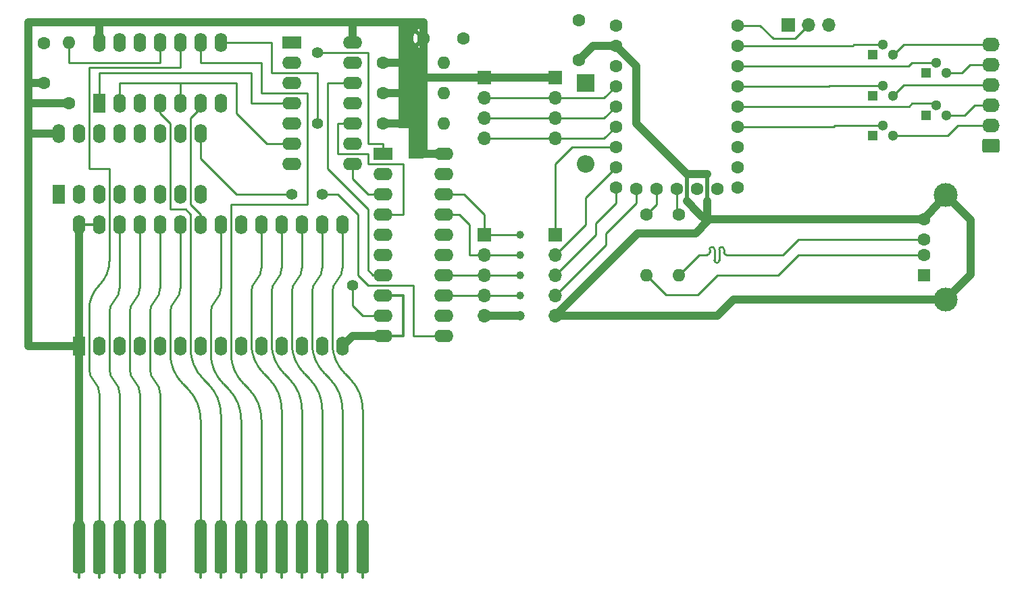
<source format=gbl>
%TF.GenerationSoftware,KiCad,Pcbnew,8.0.3+1*%
%TF.CreationDate,2024-06-17T20:10:22+02:00*%
%TF.ProjectId,MICE_3,4d494345-5f33-42e6-9b69-6361645f7063,0*%
%TF.SameCoordinates,Original*%
%TF.FileFunction,Copper,L2,Bot*%
%TF.FilePolarity,Positive*%
%FSLAX46Y46*%
G04 Gerber Fmt 4.6, Leading zero omitted, Abs format (unit mm)*
G04 Created by KiCad (PCBNEW 8.0.3+1) date 2024-06-17 20:10:22*
%MOMM*%
%LPD*%
G01*
G04 APERTURE LIST*
G04 Aperture macros list*
%AMRoundRect*
0 Rectangle with rounded corners*
0 $1 Rounding radius*
0 $2 $3 $4 $5 $6 $7 $8 $9 X,Y pos of 4 corners*
0 Add a 4 corners polygon primitive as box body*
4,1,4,$2,$3,$4,$5,$6,$7,$8,$9,$2,$3,0*
0 Add four circle primitives for the rounded corners*
1,1,$1+$1,$2,$3*
1,1,$1+$1,$4,$5*
1,1,$1+$1,$6,$7*
1,1,$1+$1,$8,$9*
0 Add four rect primitives between the rounded corners*
20,1,$1+$1,$2,$3,$4,$5,0*
20,1,$1+$1,$4,$5,$6,$7,0*
20,1,$1+$1,$6,$7,$8,$9,0*
20,1,$1+$1,$8,$9,$2,$3,0*%
G04 Aperture macros list end*
%TA.AperFunction,EtchedComponent*%
%ADD10C,0.300000*%
%TD*%
%TA.AperFunction,ComponentPad*%
%ADD11R,1.700000X1.700000*%
%TD*%
%TA.AperFunction,ComponentPad*%
%ADD12O,1.700000X1.700000*%
%TD*%
%TA.AperFunction,ComponentPad*%
%ADD13R,1.600000X2.400000*%
%TD*%
%TA.AperFunction,ComponentPad*%
%ADD14O,1.600000X2.400000*%
%TD*%
%TA.AperFunction,ComponentPad*%
%ADD15C,1.600000*%
%TD*%
%TA.AperFunction,ComponentPad*%
%ADD16O,1.600000X1.600000*%
%TD*%
%TA.AperFunction,ComponentPad*%
%ADD17R,1.500000X1.600000*%
%TD*%
%TA.AperFunction,ComponentPad*%
%ADD18C,3.000000*%
%TD*%
%TA.AperFunction,ComponentPad*%
%ADD19O,2.190000X1.740000*%
%TD*%
%TA.AperFunction,ComponentPad*%
%ADD20RoundRect,0.250000X0.845000X-0.620000X0.845000X0.620000X-0.845000X0.620000X-0.845000X-0.620000X0*%
%TD*%
%TA.AperFunction,ComponentPad*%
%ADD21C,1.300000*%
%TD*%
%TA.AperFunction,ComponentPad*%
%ADD22R,1.300000X1.300000*%
%TD*%
%TA.AperFunction,ComponentPad*%
%ADD23R,2.400000X1.600000*%
%TD*%
%TA.AperFunction,ComponentPad*%
%ADD24O,2.400000X1.600000*%
%TD*%
%TA.AperFunction,ComponentPad*%
%ADD25R,2.200000X2.200000*%
%TD*%
%TA.AperFunction,ComponentPad*%
%ADD26O,2.200000X2.200000*%
%TD*%
%TA.AperFunction,ConnectorPad*%
%ADD27RoundRect,0.228600X0.533400X2.271400X-0.533400X2.271400X-0.533400X-2.271400X0.533400X-2.271400X0*%
%TD*%
%TA.AperFunction,ConnectorPad*%
%ADD28RoundRect,0.762000X0.000010X1.738000X-0.000010X1.738000X-0.000010X-1.738000X0.000010X-1.738000X0*%
%TD*%
%TA.AperFunction,ViaPad*%
%ADD29C,1.200000*%
%TD*%
%TA.AperFunction,ViaPad*%
%ADD30C,1.400000*%
%TD*%
%TA.AperFunction,ViaPad*%
%ADD31C,1.000000*%
%TD*%
%TA.AperFunction,Conductor*%
%ADD32C,0.250000*%
%TD*%
%TA.AperFunction,Conductor*%
%ADD33C,1.000000*%
%TD*%
%TA.AperFunction,Conductor*%
%ADD34C,0.350000*%
%TD*%
%TA.AperFunction,Conductor*%
%ADD35C,0.500000*%
%TD*%
%ADD36C,0.350000*%
G04 APERTURE END LIST*
D10*
%TO.C,J2*%
X149860000Y-133223000D02*
X149860000Y-132715000D01*
X147320000Y-133223000D02*
X147320000Y-132715000D01*
X144780000Y-133223000D02*
X144780000Y-132715000D01*
X142240000Y-133223000D02*
X142240000Y-132715000D01*
X139700000Y-133223000D02*
X139700000Y-132715000D01*
X137160000Y-133223000D02*
X137160000Y-132715000D01*
X134620000Y-133223000D02*
X134620000Y-132715000D01*
X132080000Y-133223000D02*
X132080000Y-132715000D01*
X129540000Y-133223000D02*
X129540000Y-132715000D01*
X124460000Y-133223000D02*
X124460000Y-132715000D01*
X121920000Y-133223000D02*
X121920000Y-132715000D01*
X119380000Y-133223000D02*
X119380000Y-132715000D01*
X116840000Y-133223000D02*
X116840000Y-132715000D01*
X114300000Y-133223000D02*
X114300000Y-132715000D01*
%TD*%
D11*
%TO.P,J5,1,Pin_1*%
%TO.N,VCC*%
X165100000Y-70485000D03*
D12*
%TO.P,J5,2,Pin_2*%
%TO.N,Net-(J3-Pin_2)*%
X165100000Y-73025000D03*
%TO.P,J5,3,Pin_3*%
%TO.N,Net-(J3-Pin_3)*%
X165100000Y-75565000D03*
%TO.P,J5,4,Pin_4*%
%TO.N,Net-(J3-Pin_4)*%
X165100000Y-78105000D03*
%TD*%
D11*
%TO.P,J4,1,Pin_1*%
%TO.N,Net-(J4-Pin_1)*%
X173990000Y-90170000D03*
D12*
%TO.P,J4,2,Pin_2*%
%TO.N,Net-(J4-Pin_2)*%
X173990000Y-92710000D03*
%TO.P,J4,3,Pin_3*%
%TO.N,Net-(J4-Pin_3)*%
X173990000Y-95250000D03*
%TO.P,J4,4,Pin_4*%
%TO.N,Net-(J4-Pin_4)*%
X173990000Y-97790000D03*
%TO.P,J4,5,Pin_5*%
%TO.N,GND*%
X173990000Y-100330000D03*
%TD*%
D11*
%TO.P,J3,1,Pin_1*%
%TO.N,VCC*%
X173990000Y-70485000D03*
D12*
%TO.P,J3,2,Pin_2*%
%TO.N,Net-(J3-Pin_2)*%
X173990000Y-73025000D03*
%TO.P,J3,3,Pin_3*%
%TO.N,Net-(J3-Pin_3)*%
X173990000Y-75565000D03*
%TO.P,J3,4,Pin_4*%
%TO.N,Net-(J3-Pin_4)*%
X173990000Y-78105000D03*
%TD*%
D11*
%TO.P,J6,1,Pin_1*%
%TO.N,Net-(J4-Pin_1)*%
X165100000Y-90170000D03*
D12*
%TO.P,J6,2,Pin_2*%
%TO.N,Net-(J4-Pin_2)*%
X165100000Y-92710000D03*
%TO.P,J6,3,Pin_3*%
%TO.N,Net-(J4-Pin_3)*%
X165100000Y-95250000D03*
%TO.P,J6,4,Pin_4*%
%TO.N,Net-(J4-Pin_4)*%
X165100000Y-97790000D03*
%TO.P,J6,5,Pin_5*%
%TO.N,GND*%
X165100000Y-100330000D03*
%TD*%
D13*
%TO.P,U2,1*%
%TO.N,Net-(U2-Pad1)*%
X116840000Y-73660000D03*
D14*
%TO.P,U2,2*%
%TO.N,Net-(U2-Pad2)*%
X119380000Y-73660000D03*
%TO.P,U2,3*%
%TO.N,/IO_LE*%
X121920000Y-73660000D03*
%TO.P,U2,4*%
%TO.N,/ROMOE*%
X124460000Y-73660000D03*
%TO.P,U2,5*%
%TO.N,Net-(U2-Pad2)*%
X127000000Y-73660000D03*
%TO.P,U2,6*%
%TO.N,/U_ROMOE*%
X129540000Y-73660000D03*
%TO.P,U2,7,GND*%
%TO.N,GND*%
X132080000Y-73660000D03*
%TO.P,U2,8*%
%TO.N,Net-(U2-Pad8)*%
X132080000Y-66040000D03*
%TO.P,U2,9*%
%TO.N,/A15*%
X129540000Y-66040000D03*
%TO.P,U2,10*%
%TO.N,/A14*%
X127000000Y-66040000D03*
%TO.P,U2,11*%
%TO.N,Net-(R1-Pad2)*%
X124460000Y-66040000D03*
%TO.P,U2,12*%
%TO.N,/IO_OE*%
X121920000Y-66040000D03*
%TO.P,U2,13*%
%TO.N,/ROMOE*%
X119380000Y-66040000D03*
%TO.P,U2,14,VCC*%
%TO.N,VCC*%
X116840000Y-66040000D03*
%TD*%
D15*
%TO.P,R1,1*%
%TO.N,VCC*%
X113030000Y-73660000D03*
D16*
%TO.P,R1,2*%
%TO.N,Net-(R1-Pad2)*%
X113030000Y-66040000D03*
%TD*%
D15*
%TO.P,C3,1*%
%TO.N,VCC*%
X176911000Y-63286000D03*
%TO.P,C3,2*%
%TO.N,GND*%
X176911000Y-68286000D03*
%TD*%
%TO.P,RZ1,1,GP0*%
%TO.N,Net-(RZ1-GP0)*%
X196850000Y-63900000D03*
%TO.P,RZ1,2,GP1*%
%TO.N,Net-(Q5-B)*%
X196850000Y-66440000D03*
%TO.P,RZ1,3,GP2*%
%TO.N,Net-(Q4-B)*%
X196850000Y-68980000D03*
%TO.P,RZ1,4,GP3*%
%TO.N,Net-(Q3-B)*%
X196850000Y-71520000D03*
%TO.P,RZ1,5,GP4*%
%TO.N,Net-(Q2-B)*%
X196850000Y-74060000D03*
%TO.P,RZ1,6,GP5*%
%TO.N,Net-(Q1-B)*%
X196850000Y-76600000D03*
%TO.P,RZ1,7,GP6*%
%TO.N,unconnected-(RZ1-GP6-Pad7)*%
X196850000Y-79140000D03*
%TO.P,RZ1,8,GP7*%
%TO.N,unconnected-(RZ1-GP7-Pad8)*%
X196850000Y-81680000D03*
%TO.P,RZ1,9,GP8*%
%TO.N,unconnected-(RZ1-GP8-Pad9)*%
X196850000Y-84220000D03*
%TO.P,RZ1,10,GP9*%
%TO.N,unconnected-(RZ1-GP9-Pad10)*%
X194310000Y-84430000D03*
%TO.P,RZ1,11,GP10*%
%TO.N,unconnected-(RZ1-GP10-Pad11)*%
X191770000Y-84430000D03*
%TO.P,RZ1,12,GP11*%
%TO.N,Net-(RZ1-GP11)*%
X189230000Y-84430000D03*
%TO.P,RZ1,13,GP12*%
%TO.N,Net-(RZ1-GP12)*%
X186690000Y-84430000D03*
%TO.P,RZ1,14,GP13*%
%TO.N,Net-(J4-Pin_4)*%
X184150000Y-84430000D03*
%TO.P,RZ1,15,GP14*%
%TO.N,Net-(J4-Pin_3)*%
X181610000Y-84220000D03*
%TO.P,RZ1,16,GP15*%
%TO.N,Net-(J4-Pin_2)*%
X181610000Y-81680000D03*
%TO.P,RZ1,17,GP26*%
%TO.N,Net-(J4-Pin_1)*%
X181610000Y-79140000D03*
%TO.P,RZ1,18,GP27*%
%TO.N,Net-(J3-Pin_4)*%
X181610000Y-76600000D03*
%TO.P,RZ1,19,GP28*%
%TO.N,Net-(J3-Pin_3)*%
X181610000Y-74060000D03*
%TO.P,RZ1,20,GP29*%
%TO.N,Net-(J3-Pin_2)*%
X181610000Y-71520000D03*
%TO.P,RZ1,21,3V3*%
%TO.N,Net-(JP1-B)*%
X181610000Y-68980000D03*
%TO.P,RZ1,22,5V*%
%TO.N,Net-(D1-K)*%
X181610000Y-63900000D03*
%TO.P,RZ1,23,GND*%
%TO.N,GND*%
X181610000Y-66440000D03*
%TD*%
%TO.P,C1,1*%
%TO.N,VCC*%
X109855000Y-71120000D03*
%TO.P,C1,2*%
%TO.N,GND*%
X109855000Y-66120000D03*
%TD*%
D17*
%TO.P,J1,1,VBUS*%
%TO.N,VCC*%
X220175000Y-95250000D03*
D15*
%TO.P,J1,2,D-*%
%TO.N,/D_N*%
X220175000Y-92750000D03*
%TO.P,J1,3,D+*%
%TO.N,/D_P*%
X220175000Y-90750000D03*
%TO.P,J1,4,GND*%
%TO.N,GND*%
X220175000Y-88250000D03*
D18*
%TO.P,J1,5,Shield*%
X222885000Y-98320000D03*
X222885000Y-85180000D03*
%TD*%
D19*
%TO.P,J7,6,Pin_6*%
%TO.N,/Left*%
X228600000Y-66294000D03*
%TO.P,J7,5,Pin_5*%
%TO.N,/Right*%
X228600000Y-68834000D03*
%TO.P,J7,4,Pin_4*%
%TO.N,/Down*%
X228600000Y-71374000D03*
%TO.P,J7,3,Pin_3*%
%TO.N,/Up*%
X228600000Y-73914000D03*
%TO.P,J7,2,Pin_2*%
%TO.N,/Fire*%
X228600000Y-76454000D03*
D20*
%TO.P,J7,1,Pin_1*%
%TO.N,/Common*%
X228600000Y-78994000D03*
%TD*%
D21*
%TO.P,Q2,3,E*%
%TO.N,/Up*%
X223012000Y-75184000D03*
%TO.P,Q2,2,B*%
%TO.N,Net-(Q2-B)*%
X221742000Y-73914000D03*
D22*
%TO.P,Q2,1,C*%
%TO.N,/Common*%
X220472000Y-75184000D03*
%TD*%
D23*
%TO.P,U5,1,OE*%
%TO.N,/IO_OE*%
X152400000Y-80010000D03*
D24*
%TO.P,U5,2,O0*%
%TO.N,/D4*%
X152400000Y-82550000D03*
%TO.P,U5,3,D0*%
%TO.N,Net-(U5-D0)*%
X152400000Y-85090000D03*
%TO.P,U5,4,D1*%
%TO.N,Net-(U5-D1)*%
X152400000Y-87630000D03*
%TO.P,U5,5,O1*%
%TO.N,/D5*%
X152400000Y-90170000D03*
%TO.P,U5,6,O2*%
%TO.N,/D6*%
X152400000Y-92710000D03*
%TO.P,U5,7,D2*%
%TO.N,Net-(U5-D2)*%
X152400000Y-95250000D03*
%TO.P,U5,8,D3*%
%TO.N,GND*%
X152400000Y-97790000D03*
%TO.P,U5,9,O3*%
%TO.N,/D7*%
X152400000Y-100330000D03*
%TO.P,U5,10,GND*%
%TO.N,GND*%
X152400000Y-102870000D03*
%TO.P,U5,11,LE*%
%TO.N,/IO_LE*%
X160020000Y-102870000D03*
%TO.P,U5,12,O4*%
%TO.N,/D2*%
X160020000Y-100330000D03*
%TO.P,U5,13,D4*%
%TO.N,Net-(J4-Pin_4)*%
X160020000Y-97790000D03*
%TO.P,U5,14,D5*%
%TO.N,Net-(J4-Pin_3)*%
X160020000Y-95250000D03*
%TO.P,U5,15,O5*%
%TO.N,/D1*%
X160020000Y-92710000D03*
%TO.P,U5,16,O6*%
%TO.N,/D0*%
X160020000Y-90170000D03*
%TO.P,U5,17,D6*%
%TO.N,Net-(J4-Pin_2)*%
X160020000Y-87630000D03*
%TO.P,U5,18,D7*%
%TO.N,Net-(J4-Pin_1)*%
X160020000Y-85090000D03*
%TO.P,U5,19,O7*%
%TO.N,/D3*%
X160020000Y-82550000D03*
%TO.P,U5,20,VCC*%
%TO.N,VCC*%
X160020000Y-80010000D03*
%TD*%
D21*
%TO.P,Q4,3,E*%
%TO.N,/Right*%
X223012000Y-69829000D03*
%TO.P,Q4,2,B*%
%TO.N,Net-(Q4-B)*%
X221742000Y-68559000D03*
D22*
%TO.P,Q4,1,C*%
%TO.N,/Common*%
X220472000Y-69829000D03*
%TD*%
%TO.P,Q5,1,C*%
%TO.N,/Common*%
X213741000Y-67564000D03*
D21*
%TO.P,Q5,2,B*%
%TO.N,Net-(Q5-B)*%
X215011000Y-66294000D03*
%TO.P,Q5,3,E*%
%TO.N,/Left*%
X216281000Y-67564000D03*
%TD*%
D11*
%TO.P,SW1,1,A*%
%TO.N,GND*%
X203200000Y-63881000D03*
D12*
%TO.P,SW1,2,B*%
%TO.N,Net-(RZ1-GP0)*%
X205740000Y-63881000D03*
%TO.P,SW1,3,C*%
%TO.N,Net-(JP1-A)*%
X208280000Y-63881000D03*
%TD*%
D15*
%TO.P,R5,1*%
%TO.N,Net-(RZ1-GP11)*%
X189470000Y-87630000D03*
D16*
%TO.P,R5,2*%
%TO.N,/D_P*%
X189470000Y-95250000D03*
%TD*%
D21*
%TO.P,Q1,3,E*%
%TO.N,/Fire*%
X216281000Y-77703000D03*
%TO.P,Q1,2,B*%
%TO.N,Net-(Q1-B)*%
X215011000Y-76433000D03*
D22*
%TO.P,Q1,1,C*%
%TO.N,/Common*%
X213741000Y-77703000D03*
%TD*%
D13*
%TO.P,U1,1*%
%TO.N,/A7*%
X111760000Y-85090000D03*
D14*
%TO.P,U1,2*%
%TO.N,/A6*%
X114300000Y-85090000D03*
%TO.P,U1,3*%
%TO.N,/A5*%
X116840000Y-85090000D03*
%TO.P,U1,4*%
%TO.N,/A13*%
X119380000Y-85090000D03*
%TO.P,U1,5*%
%TO.N,/A8*%
X121920000Y-85090000D03*
%TO.P,U1,6*%
%TO.N,/A9*%
X124460000Y-85090000D03*
%TO.P,U1,7*%
%TO.N,/A11*%
X127000000Y-85090000D03*
%TO.P,U1,8,GND*%
%TO.N,GND*%
X129540000Y-85090000D03*
%TO.P,U1,9*%
%TO.N,/IO_LE*%
X129540000Y-77470000D03*
%TO.P,U1,10*%
%TO.N,/A10*%
X127000000Y-77470000D03*
%TO.P,U1,11*%
%TO.N,/A1*%
X124460000Y-77470000D03*
%TO.P,U1,12*%
%TO.N,/A2*%
X121920000Y-77470000D03*
%TO.P,U1,13*%
%TO.N,/A3*%
X119380000Y-77470000D03*
%TO.P,U1,14*%
%TO.N,/A4*%
X116840000Y-77470000D03*
%TO.P,U1,15*%
%TO.N,/A12*%
X114300000Y-77470000D03*
%TO.P,U1,16,VCC*%
%TO.N,VCC*%
X111760000Y-77470000D03*
%TD*%
D23*
%TO.P,U3,1*%
%TO.N,unconnected-(U3-Pad1)*%
X140970000Y-66040000D03*
D24*
%TO.P,U3,2*%
%TO.N,unconnected-(U3-Pad2)*%
X140970000Y-68580000D03*
%TO.P,U3,3*%
%TO.N,/IO_LE*%
X140970000Y-71120000D03*
%TO.P,U3,4*%
%TO.N,Net-(U2-Pad1)*%
X140970000Y-73660000D03*
%TO.P,U3,5*%
%TO.N,Net-(U2-Pad8)*%
X140970000Y-76200000D03*
%TO.P,U3,6*%
%TO.N,Net-(U2-Pad2)*%
X140970000Y-78740000D03*
%TO.P,U3,7,GND*%
%TO.N,GND*%
X140970000Y-81280000D03*
%TO.P,U3,8*%
%TO.N,Net-(U5-D0)*%
X148590000Y-81280000D03*
%TO.P,U3,9*%
%TO.N,Net-(J3-Pin_4)*%
X148590000Y-78740000D03*
%TO.P,U3,10*%
%TO.N,Net-(U5-D1)*%
X148590000Y-76200000D03*
%TO.P,U3,11*%
%TO.N,Net-(J3-Pin_3)*%
X148590000Y-73660000D03*
%TO.P,U3,12*%
%TO.N,Net-(U5-D2)*%
X148590000Y-71120000D03*
%TO.P,U3,13*%
%TO.N,Net-(J3-Pin_2)*%
X148590000Y-68580000D03*
%TO.P,U3,14,VCC*%
%TO.N,VCC*%
X148590000Y-66040000D03*
%TD*%
D15*
%TO.P,R4,1*%
%TO.N,VCC*%
X152400000Y-76200000D03*
D16*
%TO.P,R4,2*%
%TO.N,Net-(J3-Pin_4)*%
X160020000Y-76200000D03*
%TD*%
D15*
%TO.P,R6,1*%
%TO.N,Net-(RZ1-GP12)*%
X185420000Y-87630000D03*
D16*
%TO.P,R6,2*%
%TO.N,/D_N*%
X185420000Y-95250000D03*
%TD*%
D13*
%TO.P,IC1,1,VPP*%
%TO.N,VCC*%
X114300000Y-104120000D03*
D14*
%TO.P,IC1,2,A12*%
%TO.N,/A12*%
X116840000Y-104120000D03*
%TO.P,IC1,3,A7*%
%TO.N,/A7*%
X119380000Y-104120000D03*
%TO.P,IC1,4,A6*%
%TO.N,/A6*%
X121920000Y-104120000D03*
%TO.P,IC1,5,A5*%
%TO.N,/A5*%
X124460000Y-104120000D03*
%TO.P,IC1,6,A4*%
%TO.N,/A4*%
X127000000Y-104120000D03*
%TO.P,IC1,7,A3*%
%TO.N,/A3*%
X129540000Y-104120000D03*
%TO.P,IC1,8,A2*%
%TO.N,/A2*%
X132080000Y-104120000D03*
%TO.P,IC1,9,A1*%
%TO.N,/A1*%
X134620000Y-104120000D03*
%TO.P,IC1,10,A0*%
%TO.N,/A0*%
X137160000Y-104120000D03*
%TO.P,IC1,11,D0*%
%TO.N,/D0*%
X139700000Y-104120000D03*
%TO.P,IC1,12,D1*%
%TO.N,/D1*%
X142240000Y-104120000D03*
%TO.P,IC1,13,D2*%
%TO.N,/D2*%
X144780000Y-104120000D03*
%TO.P,IC1,14,GND*%
%TO.N,GND*%
X147320000Y-104120000D03*
%TO.P,IC1,15,D3*%
%TO.N,/D3*%
X147320000Y-88880000D03*
%TO.P,IC1,16,D4*%
%TO.N,/D4*%
X144780000Y-88880000D03*
%TO.P,IC1,17,D5*%
%TO.N,/D5*%
X142240000Y-88880000D03*
%TO.P,IC1,18,D6*%
%TO.N,/D6*%
X139700000Y-88880000D03*
%TO.P,IC1,19,D7*%
%TO.N,/D7*%
X137160000Y-88880000D03*
%TO.P,IC1,20,~{CE}*%
%TO.N,GND*%
X134620000Y-88880000D03*
%TO.P,IC1,21,A10*%
%TO.N,/A10*%
X132080000Y-88880000D03*
%TO.P,IC1,22,~{OE}*%
%TO.N,/U_ROMOE*%
X129540000Y-88880000D03*
%TO.P,IC1,23,A11*%
%TO.N,/A11*%
X127000000Y-88880000D03*
%TO.P,IC1,24,A9*%
%TO.N,/A9*%
X124460000Y-88880000D03*
%TO.P,IC1,25,A8*%
%TO.N,/A8*%
X121920000Y-88880000D03*
%TO.P,IC1,26,A13*%
%TO.N,/A13*%
X119380000Y-88880000D03*
%TO.P,IC1,27,~{PGM}*%
%TO.N,VCC*%
X116840000Y-88880000D03*
%TO.P,IC1,28,VCC*%
X114300000Y-88880000D03*
%TD*%
D21*
%TO.P,Q3,3,E*%
%TO.N,/Down*%
X216281000Y-72729000D03*
%TO.P,Q3,2,B*%
%TO.N,Net-(Q3-B)*%
X215011000Y-71459000D03*
D22*
%TO.P,Q3,1,C*%
%TO.N,/Common*%
X213741000Y-72729000D03*
%TD*%
D15*
%TO.P,R2,1*%
%TO.N,VCC*%
X152400000Y-68580000D03*
D16*
%TO.P,R2,2*%
%TO.N,Net-(J3-Pin_2)*%
X160020000Y-68580000D03*
%TD*%
D15*
%TO.P,C2,1*%
%TO.N,VCC*%
X157480000Y-65532000D03*
%TO.P,C2,2*%
%TO.N,GND*%
X162480000Y-65532000D03*
%TD*%
D25*
%TO.P,D1,1,K*%
%TO.N,Net-(D1-K)*%
X177800000Y-71120000D03*
D26*
%TO.P,D1,2,A*%
%TO.N,VCC*%
X177800000Y-81280000D03*
%TD*%
D15*
%TO.P,R3,1*%
%TO.N,VCC*%
X152400000Y-72390000D03*
D16*
%TO.P,R3,2*%
%TO.N,Net-(J3-Pin_3)*%
X160020000Y-72390000D03*
%TD*%
D27*
%TO.P,J2,1,Vcc*%
%TO.N,VCC*%
X114300000Y-130175000D03*
D28*
X114300000Y-128437000D03*
D27*
%TO.P,J2,3,A14*%
%TO.N,/A14*%
X116840000Y-130215000D03*
D28*
X116840000Y-128437000D03*
D27*
%TO.P,J2,5,A13*%
%TO.N,/A13*%
X119380000Y-130215000D03*
D28*
X119380000Y-128437000D03*
D27*
%TO.P,J2,7,A8*%
%TO.N,/A8*%
X121920000Y-130215000D03*
D28*
X121920000Y-128437000D03*
D27*
%TO.P,J2,9,A9*%
%TO.N,/A9*%
X124460000Y-130175000D03*
D28*
X124460000Y-128397000D03*
D27*
%TO.P,J2,11,A11*%
%TO.N,/A11*%
X129540000Y-130135000D03*
D28*
X129540000Y-128397000D03*
D27*
%TO.P,J2,13,~{ROMOE}*%
%TO.N,/ROMOE*%
X132080000Y-130175000D03*
D28*
X132080000Y-128437000D03*
D27*
%TO.P,J2,15,A10*%
%TO.N,/A10*%
X134620000Y-130175000D03*
D28*
X134620000Y-128437000D03*
D27*
%TO.P,J2,17,A15*%
%TO.N,/A15*%
X137160000Y-130175000D03*
D28*
X137160000Y-128437000D03*
D27*
%TO.P,J2,19,D7*%
%TO.N,/D7*%
X139700000Y-130175000D03*
D28*
X139700000Y-128437000D03*
D27*
%TO.P,J2,21,D6*%
%TO.N,/D6*%
X142240000Y-130164200D03*
D28*
X142240000Y-128437000D03*
D27*
%TO.P,J2,23,D5*%
%TO.N,/D5*%
X144805400Y-130164200D03*
D28*
X144780000Y-128397000D03*
D27*
%TO.P,J2,25,D4*%
%TO.N,/D4*%
X147320000Y-130175000D03*
D28*
X147320000Y-128437000D03*
D27*
%TO.P,J2,27,D3*%
%TO.N,/D3*%
X149860000Y-130175000D03*
D28*
X149860000Y-128437000D03*
%TD*%
D29*
%TO.N,GND*%
X169545000Y-100330000D03*
D30*
%TO.N,/D7*%
X148590000Y-96520000D03*
%TO.N,/IO_LE*%
X144780000Y-85090000D03*
X140970000Y-85090000D03*
%TO.N,Net-(U2-Pad8)*%
X144145000Y-76200000D03*
%TO.N,/IO_OE*%
X144145000Y-67310000D03*
D31*
%TO.N,Net-(J4-Pin_1)*%
X169545000Y-90170000D03*
%TO.N,Net-(J4-Pin_2)*%
X169545000Y-92710000D03*
%TO.N,Net-(J4-Pin_3)*%
X169545000Y-95250000D03*
%TO.N,Net-(J4-Pin_4)*%
X169545000Y-97790000D03*
%TD*%
D32*
%TO.N,Net-(Q5-B)*%
X215011000Y-66294000D02*
X211434000Y-66294000D01*
X211434000Y-66294000D02*
X211328000Y-66400000D01*
X196850000Y-66440000D02*
X211288000Y-66440000D01*
X211288000Y-66440000D02*
X211328000Y-66400000D01*
%TO.N,Net-(Q3-B)*%
X196850000Y-71520000D02*
X208280000Y-71520000D01*
X208341000Y-71459000D02*
X215011000Y-71459000D01*
X208280000Y-71520000D02*
X208341000Y-71459000D01*
%TO.N,/Up*%
X223012000Y-75184000D02*
X225298000Y-75184000D01*
X225298000Y-75184000D02*
X226568000Y-73914000D01*
X226568000Y-73914000D02*
X228600000Y-73914000D01*
%TO.N,Net-(Q4-B)*%
X196850000Y-68980000D02*
X218273000Y-68980000D01*
X218273000Y-68980000D02*
X218694000Y-68559000D01*
X218694000Y-68559000D02*
X221615000Y-68559000D01*
%TO.N,Net-(Q2-B)*%
X196850000Y-74060000D02*
X218338000Y-74060000D01*
X218338000Y-74060000D02*
X218694000Y-73704000D01*
X218694000Y-73704000D02*
X221677000Y-73704000D01*
%TO.N,Net-(Q1-B)*%
X215011000Y-76433000D02*
X209063000Y-76433000D01*
X209063000Y-76433000D02*
X208896000Y-76600000D01*
X208896000Y-76600000D02*
X196850000Y-76600000D01*
D33*
%TO.N,VCC*%
X148590000Y-63500000D02*
X157480000Y-63500000D01*
X116840000Y-63500000D02*
X148590000Y-63500000D01*
X114300000Y-127000000D02*
X114300000Y-104120000D01*
X107950000Y-77470000D02*
X107950000Y-73660000D01*
X157480000Y-76200000D02*
X157480000Y-80010000D01*
X157480000Y-63500000D02*
X157480000Y-65532000D01*
X107950000Y-104140000D02*
X107950000Y-77470000D01*
X116840000Y-63500000D02*
X116840000Y-66040000D01*
X157480000Y-65532000D02*
X157480000Y-70485000D01*
X107950000Y-71120000D02*
X109855000Y-71120000D01*
X114300000Y-104120000D02*
X114300000Y-88880000D01*
X165100000Y-70485000D02*
X157480000Y-70485000D01*
X157480000Y-71120000D02*
X157480000Y-76200000D01*
X171069000Y-70485000D02*
X173990000Y-70485000D01*
X152527000Y-72390000D02*
X157480000Y-72390000D01*
X170053000Y-70485000D02*
X171069000Y-70485000D01*
D32*
X171470000Y-70358000D02*
X170180000Y-70358000D01*
X170180000Y-70358000D02*
X170053000Y-70485000D01*
D33*
X107950000Y-71120000D02*
X107950000Y-63500000D01*
X152400000Y-68580000D02*
X157353000Y-68580000D01*
X107970000Y-104120000D02*
X107950000Y-104140000D01*
X148590000Y-63500000D02*
X148590000Y-66040000D01*
X114300000Y-104120000D02*
X107970000Y-104120000D01*
X107950000Y-77470000D02*
X111760000Y-77470000D01*
X165100000Y-70485000D02*
X170053000Y-70485000D01*
X157480000Y-80010000D02*
X160020000Y-80010000D01*
X152400000Y-76200000D02*
X157480000Y-76200000D01*
X107950000Y-63500000D02*
X116840000Y-63500000D01*
X107950000Y-73660000D02*
X113030000Y-73660000D01*
X107950000Y-73660000D02*
X107950000Y-71120000D01*
X157480000Y-70485000D02*
X157480000Y-71120000D01*
D34*
X114300000Y-88880000D02*
X116840000Y-88880000D01*
D33*
%TO.N,GND*%
X176911000Y-68286000D02*
X178757000Y-66440000D01*
X184150000Y-76200000D02*
X184150000Y-68980000D01*
X152400000Y-102870000D02*
X148570000Y-102870000D01*
D35*
X190500000Y-85979000D02*
X190500000Y-82550000D01*
D33*
X184150000Y-68980000D02*
X181610000Y-66440000D01*
D34*
X152400000Y-97790000D02*
X154940000Y-97790000D01*
D33*
X184340500Y-89979500D02*
X191579500Y-89979500D01*
X193040000Y-82550000D02*
X190500000Y-82550000D01*
X191960500Y-87439500D02*
X190500000Y-85979000D01*
X173990000Y-100330000D02*
X184340500Y-89979500D01*
X148570000Y-102870000D02*
X147320000Y-104120000D01*
D35*
X193040000Y-85979000D02*
X193040000Y-82550000D01*
D33*
X193040000Y-88519000D02*
X191960500Y-87439500D01*
X192771000Y-88250000D02*
X191960500Y-87439500D01*
X190500000Y-82550000D02*
X184150000Y-76200000D01*
X178757000Y-66440000D02*
X181610000Y-66440000D01*
X222885000Y-85180000D02*
X220175000Y-88250000D01*
X165100000Y-100330000D02*
X169545000Y-100330000D01*
D34*
X154940000Y-102870000D02*
X152400000Y-102870000D01*
D33*
X226060000Y-88355000D02*
X222885000Y-85180000D01*
X193040000Y-88519000D02*
X193040000Y-85979000D01*
D34*
X154940000Y-97790000D02*
X154940000Y-102870000D01*
D33*
X192771000Y-88250000D02*
X220175000Y-88250000D01*
X191579500Y-89979500D02*
X193040000Y-88519000D01*
X226060000Y-95145000D02*
X226060000Y-88355000D01*
X222885000Y-98320000D02*
X226060000Y-95145000D01*
D32*
%TO.N,/D3*%
X147320000Y-88880000D02*
X147320000Y-94351974D01*
X147643792Y-107638792D02*
X148266207Y-108261207D01*
X146050000Y-97418025D02*
X146050000Y-103791036D01*
X149860000Y-112108963D02*
X149860000Y-127000000D01*
X146685000Y-95885000D02*
G75*
G03*
X146050011Y-97418025I1533000J-1533000D01*
G01*
X148266207Y-108261207D02*
G75*
G02*
X149860011Y-112108963I-3847807J-3847793D01*
G01*
X147320000Y-94351974D02*
G75*
G02*
X146685008Y-95885008I-2168000J-26D01*
G01*
X146050000Y-103791036D02*
G75*
G03*
X147643800Y-107638784I5441600J36D01*
G01*
%TO.N,/D4*%
X145103792Y-107638792D02*
X145726207Y-108261207D01*
X144780000Y-88880000D02*
X144780000Y-94351974D01*
X147320000Y-112108963D02*
X147320000Y-127000000D01*
X143510000Y-97418025D02*
X143510000Y-103791036D01*
X143510000Y-103791036D02*
G75*
G03*
X145103800Y-107638784I5441600J36D01*
G01*
X144145000Y-95885000D02*
G75*
G03*
X143510011Y-97418025I1533000J-1533000D01*
G01*
X144780000Y-94351974D02*
G75*
G02*
X144145008Y-95885008I-2168000J-26D01*
G01*
X145726207Y-108261207D02*
G75*
G02*
X147320011Y-112108963I-3847807J-3847793D01*
G01*
%TO.N,/D5*%
X144780000Y-112108963D02*
X144780000Y-126960000D01*
X142240000Y-88880000D02*
X142240000Y-94351974D01*
X142563792Y-107638792D02*
X143186207Y-108261207D01*
X140970000Y-97418025D02*
X140970000Y-103791036D01*
X142240000Y-94351974D02*
G75*
G02*
X141605008Y-95885008I-2168000J-26D01*
G01*
X143186207Y-108261207D02*
G75*
G02*
X144780011Y-112108963I-3847807J-3847793D01*
G01*
X141605000Y-95885000D02*
G75*
G03*
X140970011Y-97418025I1533000J-1533000D01*
G01*
X140970000Y-103791036D02*
G75*
G03*
X142563800Y-107638784I5441600J36D01*
G01*
%TO.N,/D6*%
X138430000Y-97418025D02*
X138430000Y-103791036D01*
X140023792Y-107638792D02*
X140646207Y-108261207D01*
X139700000Y-88880000D02*
X139700000Y-94351974D01*
X142240000Y-112108963D02*
X142240000Y-127000000D01*
X139065000Y-95885000D02*
G75*
G03*
X138430011Y-97418025I1533000J-1533000D01*
G01*
X140646207Y-108261207D02*
G75*
G02*
X142240011Y-112108963I-3847807J-3847793D01*
G01*
X138430000Y-103791036D02*
G75*
G03*
X140023800Y-107638784I5441600J36D01*
G01*
X139700000Y-94351974D02*
G75*
G02*
X139065008Y-95885008I-2168000J-26D01*
G01*
%TO.N,/D7*%
X152400000Y-100330000D02*
X149860000Y-100330000D01*
X137160000Y-88880000D02*
X137160000Y-94351974D01*
X135890000Y-97418025D02*
X135890000Y-103791036D01*
X149860000Y-100330000D02*
X148590000Y-99060000D01*
X137483792Y-107638792D02*
X138106207Y-108261207D01*
X139700000Y-112108963D02*
X139700000Y-127000000D01*
X148590000Y-99060000D02*
X148590000Y-96520000D01*
X135890000Y-103791036D02*
G75*
G03*
X137483800Y-107638784I5441600J36D01*
G01*
X138106207Y-108261207D02*
G75*
G02*
X139700011Y-112108963I-3847807J-3847793D01*
G01*
X136525000Y-95885000D02*
G75*
G03*
X135890011Y-97418025I1533000J-1533000D01*
G01*
X137160000Y-94351974D02*
G75*
G02*
X136525008Y-95885008I-2168000J-26D01*
G01*
%TO.N,/A15*%
X142875000Y-72390000D02*
X142875000Y-86360000D01*
X142875000Y-86360000D02*
X133350000Y-86360000D01*
X134943792Y-108908792D02*
X135566207Y-109531207D01*
X137160000Y-113378963D02*
X137160000Y-127000000D01*
X137160000Y-68580000D02*
X137160000Y-72390000D01*
X129540000Y-66040000D02*
X129540000Y-68580000D01*
X137160000Y-72390000D02*
X142875000Y-72390000D01*
X133350000Y-86360000D02*
X133350000Y-105061036D01*
X129540000Y-68580000D02*
X137160000Y-68580000D01*
X133350000Y-105061036D02*
G75*
G03*
X134943800Y-108908784I5441600J36D01*
G01*
X135566207Y-109531207D02*
G75*
G02*
X137160011Y-113378963I-3847807J-3847793D01*
G01*
%TO.N,/A10*%
X132403792Y-108908792D02*
X133026207Y-109531207D01*
X130810000Y-99958025D02*
X130810000Y-105061036D01*
X134620000Y-113378963D02*
X134620000Y-127000000D01*
X132080000Y-88880000D02*
X132080000Y-96891974D01*
X133026207Y-109531207D02*
G75*
G02*
X134620011Y-113378963I-3847807J-3847793D01*
G01*
X130810000Y-105061036D02*
G75*
G03*
X132403800Y-108908784I5441600J36D01*
G01*
X132080000Y-96891974D02*
G75*
G02*
X131445008Y-98425008I-2168000J-26D01*
G01*
X131445000Y-98425000D02*
G75*
G03*
X130810011Y-99958025I1533000J-1533000D01*
G01*
%TO.N,/ROMOE*%
X124460000Y-73660000D02*
X124460000Y-74930000D01*
X124460000Y-74930000D02*
X125730000Y-76200000D01*
X127635000Y-86995000D02*
X128270000Y-87630000D01*
X125730000Y-86995000D02*
X127635000Y-86995000D01*
X128270000Y-87630000D02*
X128270000Y-104426036D01*
X132080000Y-112743963D02*
X132080000Y-127000000D01*
X129863792Y-108273792D02*
X130486207Y-108896207D01*
X125730000Y-76200000D02*
X125730000Y-86995000D01*
X130486207Y-108896207D02*
G75*
G02*
X132080011Y-112743963I-3847807J-3847793D01*
G01*
X128270000Y-104426036D02*
G75*
G03*
X129863800Y-108273784I5441600J36D01*
G01*
%TO.N,/A11*%
X127000000Y-88880000D02*
X127000000Y-96891974D01*
X127323792Y-108908792D02*
X127946207Y-109531207D01*
X125730000Y-99958025D02*
X125730000Y-105061036D01*
X129540000Y-113378963D02*
X129540000Y-126960000D01*
X125730000Y-105061036D02*
G75*
G03*
X127323800Y-108908784I5441600J36D01*
G01*
X127946207Y-109531207D02*
G75*
G02*
X129540011Y-113378963I-3847807J-3847793D01*
G01*
X126365000Y-98425000D02*
G75*
G03*
X125730011Y-99958025I1533000J-1533000D01*
G01*
X127000000Y-96891974D02*
G75*
G02*
X126365008Y-98425008I-2168000J-26D01*
G01*
%TO.N,/A9*%
X124460000Y-88880000D02*
X124460000Y-96891974D01*
X124460000Y-110118025D02*
X124460000Y-126960000D01*
X123190000Y-99958025D02*
X123190000Y-107051974D01*
X123190000Y-107051974D02*
G75*
G03*
X123824992Y-108585008I2168000J-26D01*
G01*
X123825000Y-98425000D02*
G75*
G03*
X123190011Y-99958025I1533000J-1533000D01*
G01*
X124460000Y-96891974D02*
G75*
G02*
X123825008Y-98425008I-2168000J-26D01*
G01*
X123825000Y-108585000D02*
G75*
G02*
X124459989Y-110118025I-1533000J-1533000D01*
G01*
%TO.N,/A8*%
X120650000Y-99958025D02*
X120650000Y-107051974D01*
X121920000Y-88880000D02*
X121920000Y-96891974D01*
X121920000Y-110118025D02*
X121920000Y-127000000D01*
X121285000Y-98425000D02*
G75*
G03*
X120650011Y-99958025I1533000J-1533000D01*
G01*
X121920000Y-96891974D02*
G75*
G02*
X121285008Y-98425008I-2168000J-26D01*
G01*
X120650000Y-107051974D02*
G75*
G03*
X121284992Y-108585008I2168000J-26D01*
G01*
X121285000Y-108585000D02*
G75*
G02*
X121919989Y-110118025I-1533000J-1533000D01*
G01*
%TO.N,/A13*%
X118110000Y-99958025D02*
X118110000Y-107051974D01*
X119380000Y-110118025D02*
X119380000Y-127000000D01*
X119380000Y-88880000D02*
X119380000Y-96891974D01*
X118745000Y-108585000D02*
G75*
G02*
X119379989Y-110118025I-1533000J-1533000D01*
G01*
X118110000Y-107051974D02*
G75*
G03*
X118744992Y-108585008I2168000J-26D01*
G01*
X119380000Y-96891974D02*
G75*
G02*
X118745008Y-98425008I-2168000J-26D01*
G01*
X118745000Y-98425000D02*
G75*
G03*
X118110011Y-99958025I1533000J-1533000D01*
G01*
%TO.N,/A14*%
X116840000Y-110118025D02*
X116840000Y-127000000D01*
X118110000Y-81915000D02*
X118110000Y-93453948D01*
X115570000Y-81915000D02*
X118110000Y-81915000D01*
X127000000Y-66040000D02*
X127000000Y-69215000D01*
X115570000Y-99586051D02*
X115570000Y-107051974D01*
X115570000Y-69215000D02*
X115570000Y-81915000D01*
X127000000Y-69215000D02*
X115570000Y-69215000D01*
X118110000Y-93453948D02*
G75*
G02*
X116839986Y-96519986I-4336100J48D01*
G01*
X116205000Y-108585000D02*
G75*
G02*
X116839989Y-110118025I-1533000J-1533000D01*
G01*
X116840000Y-96520000D02*
G75*
G03*
X115570021Y-99586051I3066000J-3066000D01*
G01*
X115570000Y-107051974D02*
G75*
G03*
X116204992Y-108585008I2168000J-26D01*
G01*
%TO.N,/U_ROMOE*%
X128270000Y-86360000D02*
X129540000Y-87630000D01*
X129540000Y-87630000D02*
X129540000Y-88880000D01*
X129540000Y-74295000D02*
X128270000Y-75565000D01*
X128270000Y-75565000D02*
X128270000Y-86360000D01*
%TO.N,Net-(R1-Pad2)*%
X113030000Y-66040000D02*
X113030000Y-68580000D01*
X124460000Y-66040000D02*
X124460000Y-68580000D01*
X124460000Y-68580000D02*
X113030000Y-68580000D01*
%TO.N,/IO_LE*%
X144780000Y-85090000D02*
X146685000Y-85090000D01*
X129540000Y-80645000D02*
X133985000Y-85090000D01*
X156210000Y-96520000D02*
X156210000Y-102870000D01*
X146685000Y-85090000D02*
X149225000Y-87630000D01*
X129540000Y-77470000D02*
X129540000Y-80645000D01*
X149225000Y-95250000D02*
X150495000Y-96520000D01*
X150495000Y-96520000D02*
X156210000Y-96520000D01*
X156210000Y-102870000D02*
X160020000Y-102870000D01*
X149225000Y-87630000D02*
X149225000Y-95250000D01*
X133985000Y-85090000D02*
X140970000Y-85090000D01*
%TO.N,Net-(U2-Pad1)*%
X116840000Y-69850000D02*
X135890000Y-69850000D01*
X135890000Y-69850000D02*
X135890000Y-73660000D01*
X135890000Y-73660000D02*
X140970000Y-73660000D01*
X116840000Y-73660000D02*
X116840000Y-69850000D01*
%TO.N,Net-(U2-Pad2)*%
X133985000Y-74930000D02*
X133985000Y-71120000D01*
X140970000Y-78740000D02*
X137795000Y-78740000D01*
X137795000Y-78740000D02*
X133985000Y-74930000D01*
X127000000Y-71120000D02*
X127000000Y-73660000D01*
X133985000Y-71120000D02*
X127000000Y-71120000D01*
X119380000Y-71120000D02*
X127000000Y-71120000D01*
X119380000Y-73660000D02*
X119380000Y-71120000D01*
%TO.N,Net-(U2-Pad8)*%
X132080000Y-66040000D02*
X138430000Y-66040000D01*
X138430000Y-66040000D02*
X138430000Y-69850000D01*
X144145000Y-69850000D02*
X144145000Y-76200000D01*
X138430000Y-69850000D02*
X144145000Y-69850000D01*
%TO.N,/IO_OE*%
X150495000Y-67310000D02*
X144145000Y-67310000D01*
X152400000Y-78740000D02*
X150495000Y-78740000D01*
X150495000Y-78740000D02*
X150495000Y-67310000D01*
X152400000Y-80010000D02*
X152400000Y-78740000D01*
%TO.N,Net-(U5-D0)*%
X150495000Y-85090000D02*
X152400000Y-85090000D01*
X148590000Y-81280000D02*
X148590000Y-83185000D01*
X148590000Y-83185000D02*
X150495000Y-85090000D01*
%TO.N,Net-(U5-D1)*%
X154940000Y-87630000D02*
X154940000Y-81280000D01*
X146685000Y-80010000D02*
X146685000Y-76200000D01*
X152400000Y-87630000D02*
X154940000Y-87630000D01*
X150495000Y-80010000D02*
X146685000Y-80010000D01*
X146685000Y-76200000D02*
X148590000Y-76200000D01*
X154940000Y-81280000D02*
X150495000Y-81280000D01*
X150495000Y-81280000D02*
X150495000Y-80010000D01*
%TO.N,Net-(U5-D2)*%
X145415000Y-81915000D02*
X150495000Y-86995000D01*
X151130000Y-95250000D02*
X152400000Y-95250000D01*
X145415000Y-71120000D02*
X145415000Y-81915000D01*
X150495000Y-94615000D02*
X151130000Y-95250000D01*
X148590000Y-71120000D02*
X145415000Y-71120000D01*
X150495000Y-86995000D02*
X150495000Y-94615000D01*
%TO.N,Net-(J3-Pin_2)*%
X165100000Y-73025000D02*
X173990000Y-73025000D01*
X173990000Y-73025000D02*
X180105000Y-73025000D01*
X180105000Y-73025000D02*
X181610000Y-71520000D01*
%TO.N,Net-(J3-Pin_3)*%
X180105000Y-75565000D02*
X181610000Y-74060000D01*
X173990000Y-75565000D02*
X180105000Y-75565000D01*
X165100000Y-75565000D02*
X173990000Y-75565000D01*
%TO.N,Net-(J3-Pin_4)*%
X180105000Y-78105000D02*
X181610000Y-76600000D01*
X173990000Y-78105000D02*
X180105000Y-78105000D01*
X165100000Y-78105000D02*
X173990000Y-78105000D01*
%TO.N,Net-(J4-Pin_1)*%
X173990000Y-81280000D02*
X173990000Y-90170000D01*
X165100000Y-87630000D02*
X162560000Y-85090000D01*
X165100000Y-90170000D02*
X165100000Y-87630000D01*
X176130000Y-79140000D02*
X173990000Y-81280000D01*
X181610000Y-79140000D02*
X176130000Y-79140000D01*
X169545000Y-90170000D02*
X165100000Y-90170000D01*
X162560000Y-85090000D02*
X160020000Y-85090000D01*
%TO.N,Net-(J4-Pin_2)*%
X163195000Y-88900000D02*
X161925000Y-87630000D01*
X161925000Y-87630000D02*
X160020000Y-87630000D01*
X177800000Y-85490000D02*
X177800000Y-88900000D01*
X181610000Y-81680000D02*
X177800000Y-85490000D01*
X165100000Y-92710000D02*
X169545000Y-92710000D01*
X165100000Y-92710000D02*
X163195000Y-92710000D01*
X177800000Y-88900000D02*
X173990000Y-92710000D01*
X163195000Y-92710000D02*
X163195000Y-88900000D01*
%TO.N,Net-(J4-Pin_3)*%
X179070000Y-88773000D02*
X179070000Y-90170000D01*
X181610000Y-86233000D02*
X179070000Y-88773000D01*
X181610000Y-84220000D02*
X181610000Y-86233000D01*
X179070000Y-90170000D02*
X173990000Y-95250000D01*
X165100000Y-95250000D02*
X169545000Y-95250000D01*
X160020000Y-95250000D02*
X165100000Y-95250000D01*
%TO.N,Net-(J4-Pin_4)*%
X180340000Y-90043000D02*
X180340000Y-91440000D01*
X180340000Y-91440000D02*
X173990000Y-97790000D01*
X160020000Y-97790000D02*
X165100000Y-97790000D01*
X184150000Y-84430000D02*
X184150000Y-86233000D01*
X184150000Y-86233000D02*
X180340000Y-90043000D01*
X165100000Y-97790000D02*
X169545000Y-97790000D01*
%TO.N,/Left*%
X216281000Y-67670000D02*
X217657000Y-66294000D01*
X217657000Y-66294000D02*
X228600000Y-66294000D01*
%TO.N,/Right*%
X224938000Y-69829000D02*
X225933000Y-68834000D01*
X228600000Y-68834000D02*
X225933000Y-68834000D01*
X222885000Y-69829000D02*
X224938000Y-69829000D01*
%TO.N,/Down*%
X216281000Y-72729000D02*
X217636000Y-71374000D01*
X217636000Y-71374000D02*
X228600000Y-71374000D01*
%TO.N,Net-(RZ1-GP12)*%
X186690000Y-84430000D02*
X186690000Y-86360000D01*
X186690000Y-86360000D02*
X185420000Y-87630000D01*
%TO.N,Net-(RZ1-GP11)*%
X189230000Y-84430000D02*
X189230000Y-87390000D01*
%TO.N,/Fire*%
X216281000Y-77703000D02*
X223160000Y-77703000D01*
X223160000Y-77703000D02*
X224409000Y-76454000D01*
X228600000Y-76454000D02*
X224409000Y-76454000D01*
%TO.N,Net-(RZ1-GP0)*%
X201295000Y-65532000D02*
X199663000Y-63900000D01*
X204074000Y-65532000D02*
X201295000Y-65532000D01*
X199663000Y-63900000D02*
X196850000Y-63900000D01*
X205725000Y-63881000D02*
X204074000Y-65532000D01*
%TO.N,/D_N*%
X194310000Y-95250000D02*
X201970000Y-95250000D01*
X191820000Y-97740000D02*
X194310000Y-95250000D01*
X201970000Y-95250000D02*
X204470000Y-92750000D01*
X204470000Y-92750000D02*
X220175000Y-92750000D01*
X185420000Y-95250000D02*
X187910000Y-97740000D01*
X187910000Y-97740000D02*
X191820000Y-97740000D01*
%TO.N,/D_P*%
X194840000Y-91710000D02*
G75*
G02*
X195140000Y-92010000I0J-300000D01*
G01*
X193940000Y-93410000D02*
G75*
G03*
X194240000Y-93710000I300000J0D01*
G01*
X193640000Y-91710000D02*
G75*
G02*
X193940000Y-92010000I0J-300000D01*
G01*
X194240000Y-93710000D02*
G75*
G03*
X194540000Y-93410000I0J300000D01*
G01*
X193340000Y-92010000D02*
G75*
G02*
X193640000Y-91710000I300000J0D01*
G01*
X195140000Y-92410000D02*
G75*
G03*
X195440000Y-92710000I300000J0D01*
G01*
X193040000Y-92710000D02*
G75*
G03*
X193340000Y-92410000I0J300000D01*
G01*
X194540000Y-92010000D02*
G75*
G02*
X194840000Y-91710000I300000J0D01*
G01*
X192010000Y-92710000D02*
X193040000Y-92710000D01*
X195140000Y-92010000D02*
X195140000Y-92410000D01*
X194540000Y-93410000D02*
X194540000Y-92010000D01*
X204470000Y-90750000D02*
X220175000Y-90750000D01*
X189470000Y-95250000D02*
X192010000Y-92710000D01*
X195440000Y-92710000D02*
X202510000Y-92710000D01*
X193340000Y-92410000D02*
X193340000Y-92010000D01*
X202510000Y-92710000D02*
X204470000Y-90750000D01*
X193940000Y-92010000D02*
X193940000Y-93410000D01*
D33*
%TO.N,GND*%
X196320000Y-98320000D02*
X194310000Y-100330000D01*
X221615000Y-98320000D02*
X196320000Y-98320000D01*
X194310000Y-100330000D02*
X173990000Y-100330000D01*
%TD*%
%TA.AperFunction,Conductor*%
%TO.N,VCC*%
G36*
X157423039Y-63519685D02*
G01*
X157468794Y-63572489D01*
X157480000Y-63624000D01*
X157480000Y-64113408D01*
X157460315Y-64180447D01*
X157407511Y-64226202D01*
X157366808Y-64236936D01*
X157253399Y-64246858D01*
X157253389Y-64246860D01*
X157033682Y-64305730D01*
X157033673Y-64305734D01*
X156827516Y-64401866D01*
X156827512Y-64401868D01*
X156754526Y-64452973D01*
X156754526Y-64452974D01*
X157433553Y-65132000D01*
X157427339Y-65132000D01*
X157325606Y-65159259D01*
X157234394Y-65211920D01*
X157159920Y-65286394D01*
X157107259Y-65377606D01*
X157080000Y-65479339D01*
X157080000Y-65485552D01*
X156400974Y-64806526D01*
X156400973Y-64806526D01*
X156349868Y-64879512D01*
X156349866Y-64879516D01*
X156253734Y-65085673D01*
X156253730Y-65085682D01*
X156194860Y-65305389D01*
X156194858Y-65305400D01*
X156175034Y-65531997D01*
X156175034Y-65532002D01*
X156194858Y-65758599D01*
X156194860Y-65758610D01*
X156253730Y-65978317D01*
X156253735Y-65978331D01*
X156349863Y-66184478D01*
X156400974Y-66257472D01*
X157080000Y-65578446D01*
X157080000Y-65584661D01*
X157107259Y-65686394D01*
X157159920Y-65777606D01*
X157234394Y-65852080D01*
X157325606Y-65904741D01*
X157427339Y-65932000D01*
X157433551Y-65932000D01*
X156754526Y-66611025D01*
X156827513Y-66662132D01*
X156827521Y-66662136D01*
X157033668Y-66758264D01*
X157033682Y-66758269D01*
X157253389Y-66817139D01*
X157253400Y-66817141D01*
X157366807Y-66827063D01*
X157431876Y-66852515D01*
X157472855Y-66909106D01*
X157480000Y-66950591D01*
X157480000Y-80521000D01*
X157460315Y-80588039D01*
X157407511Y-80633794D01*
X157356000Y-80645000D01*
X155699000Y-80645000D01*
X155631961Y-80625315D01*
X155586206Y-80572511D01*
X155575000Y-80521000D01*
X155575000Y-76835000D01*
X154429000Y-76835000D01*
X154361961Y-76815315D01*
X154316206Y-76762511D01*
X154305000Y-76711000D01*
X154305000Y-63624000D01*
X154324685Y-63556961D01*
X154377489Y-63511206D01*
X154429000Y-63500000D01*
X157356000Y-63500000D01*
X157423039Y-63519685D01*
G37*
%TD.AperFunction*%
%TD*%
D36*
X169545000Y-100330000D03*
X148590000Y-96520000D03*
X144780000Y-85090000D03*
X140970000Y-85090000D03*
X144145000Y-76200000D03*
X144145000Y-67310000D03*
X169545000Y-90170000D03*
X169545000Y-92710000D03*
X169545000Y-95250000D03*
X169545000Y-97790000D03*
X165100000Y-70485000D03*
X165100000Y-73025000D03*
X165100000Y-75565000D03*
X165100000Y-78105000D03*
X173990000Y-90170000D03*
X173990000Y-92710000D03*
X173990000Y-95250000D03*
X173990000Y-97790000D03*
X173990000Y-100330000D03*
X173990000Y-70485000D03*
X173990000Y-73025000D03*
X173990000Y-75565000D03*
X173990000Y-78105000D03*
X165100000Y-90170000D03*
X165100000Y-92710000D03*
X165100000Y-95250000D03*
X165100000Y-97790000D03*
X165100000Y-100330000D03*
X116840000Y-73660000D03*
X119380000Y-73660000D03*
X121920000Y-73660000D03*
X124460000Y-73660000D03*
X127000000Y-73660000D03*
X129540000Y-73660000D03*
X132080000Y-73660000D03*
X132080000Y-66040000D03*
X129540000Y-66040000D03*
X127000000Y-66040000D03*
X124460000Y-66040000D03*
X121920000Y-66040000D03*
X119380000Y-66040000D03*
X116840000Y-66040000D03*
X113030000Y-73660000D03*
X113030000Y-66040000D03*
X176911000Y-63286000D03*
X176911000Y-68286000D03*
X196850000Y-63900000D03*
X196850000Y-66440000D03*
X196850000Y-68980000D03*
X196850000Y-71520000D03*
X196850000Y-74060000D03*
X196850000Y-76600000D03*
X196850000Y-79140000D03*
X196850000Y-81680000D03*
X196850000Y-84220000D03*
X194310000Y-84430000D03*
X191770000Y-84430000D03*
X189230000Y-84430000D03*
X186690000Y-84430000D03*
X184150000Y-84430000D03*
X181610000Y-84220000D03*
X181610000Y-81680000D03*
X181610000Y-79140000D03*
X181610000Y-76600000D03*
X181610000Y-74060000D03*
X181610000Y-71520000D03*
X181610000Y-68980000D03*
X181610000Y-63900000D03*
X181610000Y-66440000D03*
X109855000Y-71120000D03*
X109855000Y-66120000D03*
X220175000Y-95250000D03*
X220175000Y-92750000D03*
X220175000Y-90750000D03*
X220175000Y-88250000D03*
X222885000Y-98320000D03*
X222885000Y-85180000D03*
X228600000Y-66294000D03*
X228600000Y-68834000D03*
X228600000Y-71374000D03*
X228600000Y-73914000D03*
X228600000Y-76454000D03*
X228600000Y-78994000D03*
X223012000Y-75184000D03*
X221742000Y-73914000D03*
X220472000Y-75184000D03*
X152400000Y-80010000D03*
X152400000Y-82550000D03*
X152400000Y-85090000D03*
X152400000Y-87630000D03*
X152400000Y-90170000D03*
X152400000Y-92710000D03*
X152400000Y-95250000D03*
X152400000Y-97790000D03*
X152400000Y-100330000D03*
X152400000Y-102870000D03*
X160020000Y-102870000D03*
X160020000Y-100330000D03*
X160020000Y-97790000D03*
X160020000Y-95250000D03*
X160020000Y-92710000D03*
X160020000Y-90170000D03*
X160020000Y-87630000D03*
X160020000Y-85090000D03*
X160020000Y-82550000D03*
X160020000Y-80010000D03*
X223012000Y-69829000D03*
X221742000Y-68559000D03*
X220472000Y-69829000D03*
X213741000Y-67564000D03*
X215011000Y-66294000D03*
X216281000Y-67564000D03*
X203200000Y-63881000D03*
X205740000Y-63881000D03*
X208280000Y-63881000D03*
X189470000Y-87630000D03*
X189470000Y-95250000D03*
X216281000Y-77703000D03*
X215011000Y-76433000D03*
X213741000Y-77703000D03*
X111760000Y-85090000D03*
X114300000Y-85090000D03*
X116840000Y-85090000D03*
X119380000Y-85090000D03*
X121920000Y-85090000D03*
X124460000Y-85090000D03*
X127000000Y-85090000D03*
X129540000Y-85090000D03*
X129540000Y-77470000D03*
X127000000Y-77470000D03*
X124460000Y-77470000D03*
X121920000Y-77470000D03*
X119380000Y-77470000D03*
X116840000Y-77470000D03*
X114300000Y-77470000D03*
X111760000Y-77470000D03*
X140970000Y-66040000D03*
X140970000Y-68580000D03*
X140970000Y-71120000D03*
X140970000Y-73660000D03*
X140970000Y-76200000D03*
X140970000Y-78740000D03*
X140970000Y-81280000D03*
X148590000Y-81280000D03*
X148590000Y-78740000D03*
X148590000Y-76200000D03*
X148590000Y-73660000D03*
X148590000Y-71120000D03*
X148590000Y-68580000D03*
X148590000Y-66040000D03*
X152400000Y-76200000D03*
X160020000Y-76200000D03*
X185420000Y-87630000D03*
X185420000Y-95250000D03*
X114300000Y-104120000D03*
X116840000Y-104120000D03*
X119380000Y-104120000D03*
X121920000Y-104120000D03*
X124460000Y-104120000D03*
X127000000Y-104120000D03*
X129540000Y-104120000D03*
X132080000Y-104120000D03*
X134620000Y-104120000D03*
X137160000Y-104120000D03*
X139700000Y-104120000D03*
X142240000Y-104120000D03*
X144780000Y-104120000D03*
X147320000Y-104120000D03*
X147320000Y-88880000D03*
X144780000Y-88880000D03*
X142240000Y-88880000D03*
X139700000Y-88880000D03*
X137160000Y-88880000D03*
X134620000Y-88880000D03*
X132080000Y-88880000D03*
X129540000Y-88880000D03*
X127000000Y-88880000D03*
X124460000Y-88880000D03*
X121920000Y-88880000D03*
X119380000Y-88880000D03*
X116840000Y-88880000D03*
X114300000Y-88880000D03*
X216281000Y-72729000D03*
X215011000Y-71459000D03*
X213741000Y-72729000D03*
X152400000Y-68580000D03*
X160020000Y-68580000D03*
X157480000Y-65532000D03*
X162480000Y-65532000D03*
X177800000Y-71120000D03*
X177800000Y-81280000D03*
X152400000Y-72390000D03*
X160020000Y-72390000D03*
M02*

</source>
